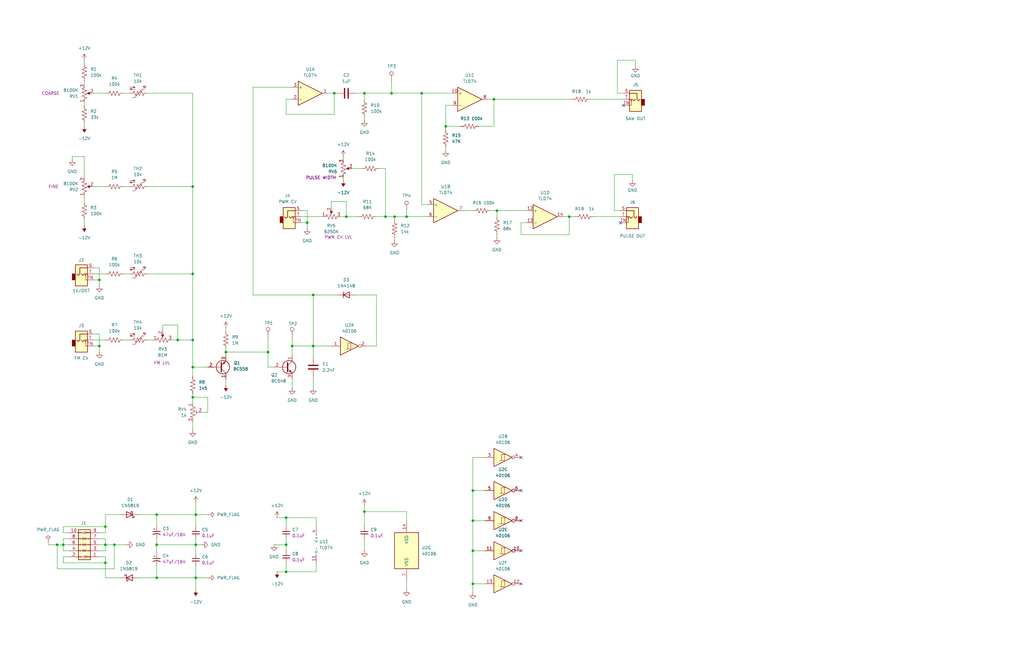
<source format=kicad_sch>
(kicad_sch (version 20250114) (generator "eeschema") (generator_version "9.0")
  (paper "B")
  (junction (at 132.08 146.05))
  (junction (at 166.37 91.44))
  (junction (at 82.55 229.87))
  (junction (at 171.45 91.44))
  (junction (at 81.28 78.74))
  (junction (at 120.65 241.3))
  (junction (at 82.55 217.17))
  (junction (at 26.67 229.87))
  (junction (at 199.39 207.01))
  (junction (at 74.93 143.51))
  (junction (at 123.19 146.05))
  (junction (at 177.8 39.37))
  (junction (at 81.28 167.64))
  (junction (at 146.05 91.44))
  (junction (at 187.96 53.34))
  (junction (at 199.39 219.71))
  (junction (at 44.45 222.25))
  (junction (at 66.04 243.84))
  (junction (at 66.04 229.87))
  (junction (at 41.91 146.05))
  (junction (at 82.55 243.84))
  (junction (at 162.56 91.44))
  (junction (at 120.65 218.44))
  (junction (at 240.03 91.44))
  (junction (at 44.45 229.87))
  (junction (at 81.28 115.57))
  (junction (at 120.65 229.87))
  (junction (at 81.28 143.51))
  (junction (at 140.97 39.37))
  (junction (at 199.39 246.38))
  (junction (at 41.91 118.11))
  (junction (at 208.28 41.91))
  (junction (at 48.26 229.87))
  (junction (at 24.13 229.87))
  (junction (at 44.45 237.49))
  (junction (at 209.55 88.9))
  (junction (at 153.67 39.37))
  (junction (at 153.67 215.9))
  (junction (at 66.04 217.17))
  (junction (at 113.03 148.59))
  (junction (at 165.1 39.37))
  (junction (at 81.28 154.94))
  (junction (at 199.39 232.41))
  (junction (at 95.25 148.59))
  (junction (at 129.54 93.98))
  (junction (at 132.08 124.46))
  (no_connect (at 219.71 207.01))
  (no_connect (at 219.71 246.38))
  (no_connect (at 219.71 232.41))
  (no_connect (at 219.71 193.04))
  (no_connect (at 261.62 93.98))
  (no_connect (at 262.89 44.45))
  (no_connect (at 219.71 219.71))
  (wire (pts (xy 250.19 91.44) (xy 261.62 91.44)))
  (wire (pts (xy 44.45 217.17) (xy 44.45 222.25)))
  (wire (pts (xy 154.94 146.05) (xy 158.75 146.05)))
  (wire (pts (xy 26.67 229.87) (xy 26.67 227.33)))
  (wire (pts (xy 260.35 25.4) (xy 267.97 25.4)))
  (wire (pts (xy 146.05 85.09) (xy 146.05 91.44)))
  (wire (pts (xy 144.78 66.04) (xy 144.78 67.31)))
  (wire (pts (xy 204.47 232.41) (xy 199.39 232.41)))
  (wire (pts (xy 259.08 88.9) (xy 259.08 73.66)))
  (wire (pts (xy 123.19 160.02) (xy 123.19 163.83)))
  (wire (pts (xy 199.39 207.01) (xy 199.39 219.71)))
  (wire (pts (xy 62.23 115.57) (xy 81.28 115.57)))
  (wire (pts (xy 87.63 167.64) (xy 81.28 167.64)))
  (wire (pts (xy 44.45 243.84) (xy 50.8 243.84)))
  (wire (pts (xy 113.03 148.59) (xy 113.03 142.24)))
  (wire (pts (xy 133.35 237.49) (xy 133.35 241.3)))
  (wire (pts (xy 66.04 229.87) (xy 66.04 233.68)))
  (wire (pts (xy 240.03 91.44) (xy 240.03 99.06)))
  (wire (pts (xy 187.96 44.45) (xy 190.5 44.45)))
  (wire (pts (xy 82.55 243.84) (xy 87.63 243.84)))
  (wire (pts (xy 74.93 137.16) (xy 74.93 143.51)))
  (wire (pts (xy 120.65 41.91) (xy 123.19 41.91)))
  (wire (pts (xy 199.39 246.38) (xy 199.39 250.19)))
  (wire (pts (xy 153.67 215.9) (xy 171.45 215.9)))
  (wire (pts (xy 81.28 143.51) (xy 81.28 115.57)))
  (wire (pts (xy 160.02 71.12) (xy 162.56 71.12)))
  (wire (pts (xy 81.28 154.94) (xy 81.28 158.75)))
  (wire (pts (xy 204.47 219.71) (xy 199.39 219.71)))
  (wire (pts (xy 260.35 39.37) (xy 262.89 39.37)))
  (wire (pts (xy 106.68 124.46) (xy 132.08 124.46)))
  (wire (pts (xy 62.23 78.74) (xy 81.28 78.74)))
  (wire (pts (xy 165.1 39.37) (xy 177.8 39.37)))
  (wire (pts (xy 52.07 39.37) (xy 54.61 39.37)))
  (wire (pts (xy 82.55 229.87) (xy 85.09 229.87)))
  (wire (pts (xy 74.93 143.51) (xy 72.39 143.51)))
  (wire (pts (xy 199.39 193.04) (xy 199.39 207.01)))
  (wire (pts (xy 62.23 39.37) (xy 81.28 39.37)))
  (wire (pts (xy 166.37 91.44) (xy 166.37 92.71)))
  (wire (pts (xy 259.08 73.66) (xy 266.7 73.66)))
  (wire (pts (xy 87.63 173.99) (xy 87.63 167.64)))
  (wire (pts (xy 116.84 241.3) (xy 120.65 241.3)))
  (wire (pts (xy 162.56 91.44) (xy 158.75 91.44)))
  (wire (pts (xy 81.28 177.8) (xy 81.28 181.61)))
  (wire (pts (xy 209.55 88.9) (xy 209.55 91.44)))
  (wire (pts (xy 95.25 147.32) (xy 95.25 148.59)))
  (wire (pts (xy 82.55 227.33) (xy 82.55 229.87)))
  (wire (pts (xy 153.67 39.37) (xy 153.67 41.91)))
  (wire (pts (xy 58.42 217.17) (xy 66.04 217.17)))
  (wire (pts (xy 39.37 140.97) (xy 41.91 140.97)))
  (wire (pts (xy 48.26 229.87) (xy 53.34 229.87)))
  (wire (pts (xy 204.47 193.04) (xy 199.39 193.04)))
  (wire (pts (xy 199.39 219.71) (xy 199.39 232.41)))
  (wire (pts (xy 82.55 217.17) (xy 87.63 217.17)))
  (wire (pts (xy 44.45 222.25) (xy 26.67 222.25)))
  (wire (pts (xy 68.58 139.7) (xy 68.58 137.16)))
  (wire (pts (xy 35.56 52.07) (xy 35.56 53.34)))
  (wire (pts (xy 82.55 217.17) (xy 82.55 222.25)))
  (wire (pts (xy 259.08 88.9) (xy 261.62 88.9)))
  (wire (pts (xy 95.25 160.02) (xy 95.25 162.56)))
  (wire (pts (xy 209.55 99.06) (xy 209.55 100.33)))
  (wire (pts (xy 39.37 39.37) (xy 44.45 39.37)))
  (wire (pts (xy 123.19 146.05) (xy 132.08 146.05)))
  (wire (pts (xy 187.96 62.23) (xy 187.96 63.5)))
  (wire (pts (xy 195.58 88.9) (xy 199.39 88.9)))
  (wire (pts (xy 39.37 78.74) (xy 44.45 78.74)))
  (wire (pts (xy 20.32 228.6) (xy 20.32 229.87)))
  (wire (pts (xy 20.32 229.87) (xy 24.13 229.87)))
  (wire (pts (xy 44.45 217.17) (xy 50.8 217.17)))
  (wire (pts (xy 208.28 41.91) (xy 205.74 41.91)))
  (wire (pts (xy 82.55 243.84) (xy 82.55 248.92)))
  (wire (pts (xy 120.65 229.87) (xy 115.57 229.87)))
  (wire (pts (xy 177.8 86.36) (xy 180.34 86.36)))
  (wire (pts (xy 41.91 227.33) (xy 44.45 227.33)))
  (wire (pts (xy 152.4 71.12) (xy 148.59 71.12)))
  (wire (pts (xy 120.65 218.44) (xy 120.65 222.25)))
  (wire (pts (xy 204.47 207.01) (xy 199.39 207.01)))
  (wire (pts (xy 208.28 53.34) (xy 201.93 53.34)))
  (wire (pts (xy 66.04 229.87) (xy 82.55 229.87)))
  (wire (pts (xy 106.68 36.83) (xy 123.19 36.83)))
  (wire (pts (xy 29.21 234.95) (xy 26.67 234.95)))
  (wire (pts (xy 113.03 154.94) (xy 115.57 154.94)))
  (wire (pts (xy 177.8 39.37) (xy 190.5 39.37)))
  (wire (pts (xy 240.03 91.44) (xy 242.57 91.44)))
  (wire (pts (xy 153.67 49.53) (xy 153.67 50.8)))
  (wire (pts (xy 171.45 215.9) (xy 171.45 219.71)))
  (wire (pts (xy 127 88.9) (xy 129.54 88.9)))
  (wire (pts (xy 44.45 237.49) (xy 44.45 234.95)))
  (wire (pts (xy 35.56 92.71) (xy 35.56 95.25)))
  (wire (pts (xy 41.91 146.05) (xy 41.91 148.59)))
  (wire (pts (xy 120.65 232.41) (xy 120.65 229.87)))
  (wire (pts (xy 133.35 222.25) (xy 133.35 218.44)))
  (wire (pts (xy 41.91 229.87) (xy 44.45 229.87)))
  (wire (pts (xy 153.67 227.33) (xy 153.67 232.41)))
  (wire (pts (xy 39.37 118.11) (xy 41.91 118.11)))
  (wire (pts (xy 66.04 243.84) (xy 82.55 243.84)))
  (wire (pts (xy 24.13 229.87) (xy 24.13 240.03)))
  (wire (pts (xy 41.91 140.97) (xy 41.91 146.05)))
  (wire (pts (xy 68.58 137.16) (xy 74.93 137.16)))
  (wire (pts (xy 35.56 66.04) (xy 30.48 66.04)))
  (wire (pts (xy 39.37 115.57) (xy 44.45 115.57)))
  (wire (pts (xy 158.75 124.46) (xy 158.75 146.05)))
  (wire (pts (xy 209.55 88.9) (xy 222.25 88.9)))
  (wire (pts (xy 26.67 234.95) (xy 26.67 237.49)))
  (wire (pts (xy 26.67 224.79) (xy 26.67 222.25)))
  (wire (pts (xy 52.07 78.74) (xy 54.61 78.74)))
  (wire (pts (xy 44.45 229.87) (xy 44.45 232.41)))
  (wire (pts (xy 26.67 229.87) (xy 29.21 229.87)))
  (wire (pts (xy 44.45 243.84) (xy 44.45 237.49)))
  (wire (pts (xy 26.67 229.87) (xy 24.13 229.87)))
  (wire (pts (xy 116.84 218.44) (xy 120.65 218.44)))
  (wire (pts (xy 95.25 138.43) (xy 95.25 139.7)))
  (wire (pts (xy 44.45 222.25) (xy 44.45 224.79)))
  (wire (pts (xy 39.37 113.03) (xy 41.91 113.03)))
  (wire (pts (xy 143.51 91.44) (xy 146.05 91.44)))
  (wire (pts (xy 248.92 41.91) (xy 262.89 41.91)))
  (wire (pts (xy 132.08 158.75) (xy 132.08 163.83)))
  (wire (pts (xy 140.97 39.37) (xy 142.24 39.37)))
  (wire (pts (xy 81.28 143.51) (xy 81.28 154.94)))
  (wire (pts (xy 81.28 166.37) (xy 81.28 167.64)))
  (wire (pts (xy 35.56 82.55) (xy 35.56 85.09)))
  (wire (pts (xy 26.67 232.41) (xy 26.67 229.87)))
  (wire (pts (xy 194.31 53.34) (xy 187.96 53.34)))
  (wire (pts (xy 260.35 39.37) (xy 260.35 25.4)))
  (wire (pts (xy 44.45 229.87) (xy 48.26 229.87)))
  (wire (pts (xy 153.67 213.36) (xy 153.67 215.9)))
  (wire (pts (xy 149.86 39.37) (xy 153.67 39.37)))
  (wire (pts (xy 52.07 143.51) (xy 54.61 143.51)))
  (wire (pts (xy 44.45 227.33) (xy 44.45 229.87)))
  (wire (pts (xy 266.7 73.66) (xy 266.7 76.2)))
  (wire (pts (xy 171.45 91.44) (xy 171.45 88.9)))
  (wire (pts (xy 267.97 25.4) (xy 267.97 27.94)))
  (wire (pts (xy 207.01 88.9) (xy 209.55 88.9)))
  (wire (pts (xy 81.28 115.57) (xy 81.28 78.74)))
  (wire (pts (xy 120.65 48.26) (xy 120.65 41.91)))
  (wire (pts (xy 166.37 91.44) (xy 171.45 91.44)))
  (wire (pts (xy 204.47 246.38) (xy 199.39 246.38)))
  (wire (pts (xy 48.26 240.03) (xy 48.26 229.87)))
  (wire (pts (xy 133.35 241.3) (xy 120.65 241.3)))
  (wire (pts (xy 30.48 66.04) (xy 30.48 67.31)))
  (wire (pts (xy 29.21 232.41) (xy 26.67 232.41)))
  (wire (pts (xy 187.96 53.34) (xy 187.96 44.45)))
  (wire (pts (xy 166.37 100.33) (xy 166.37 101.6)))
  (wire (pts (xy 129.54 88.9) (xy 129.54 93.98)))
  (wire (pts (xy 171.45 245.11) (xy 171.45 248.92)))
  (wire (pts (xy 66.04 238.76) (xy 66.04 243.84)))
  (wire (pts (xy 29.21 224.79) (xy 26.67 224.79)))
  (wire (pts (xy 132.08 124.46) (xy 132.08 146.05)))
  (wire (pts (xy 132.08 146.05) (xy 139.7 146.05)))
  (wire (pts (xy 39.37 143.51) (xy 44.45 143.51)))
  (wire (pts (xy 127 93.98) (xy 129.54 93.98)))
  (wire (pts (xy 177.8 39.37) (xy 177.8 86.36)))
  (wire (pts (xy 162.56 91.44) (xy 166.37 91.44)))
  (wire (pts (xy 158.75 124.46) (xy 149.86 124.46)))
  (wire (pts (xy 120.65 241.3) (xy 120.65 237.49)))
  (wire (pts (xy 139.7 87.63) (xy 139.7 85.09)))
  (wire (pts (xy 132.08 146.05) (xy 132.08 151.13)))
  (wire (pts (xy 240.03 99.06) (xy 219.71 99.06)))
  (wire (pts (xy 35.56 34.29) (xy 35.56 35.56)))
  (wire (pts (xy 142.24 124.46) (xy 132.08 124.46)))
  (wire (pts (xy 74.93 143.51) (xy 81.28 143.51)))
  (wire (pts (xy 153.67 215.9) (xy 153.67 222.25)))
  (wire (pts (xy 127 91.44) (xy 135.89 91.44)))
  (wire (pts (xy 81.28 167.64) (xy 81.28 170.18)))
  (wire (pts (xy 66.04 217.17) (xy 82.55 217.17)))
  (wire (pts (xy 187.96 53.34) (xy 187.96 54.61)))
  (wire (pts (xy 129.54 93.98) (xy 129.54 96.52)))
  (wire (pts (xy 138.43 39.37) (xy 140.97 39.37)))
  (wire (pts (xy 237.49 91.44) (xy 240.03 91.44)))
  (wire (pts (xy 219.71 99.06) (xy 219.71 93.98)))
  (wire (pts (xy 95.25 148.59) (xy 95.25 149.86)))
  (wire (pts (xy 120.65 218.44) (xy 133.35 218.44)))
  (wire (pts (xy 144.78 74.93) (xy 144.78 76.2)))
  (wire (pts (xy 66.04 217.17) (xy 66.04 222.25)))
  (wire (pts (xy 81.28 154.94) (xy 87.63 154.94)))
  (wire (pts (xy 113.03 148.59) (xy 113.03 154.94)))
  (wire (pts (xy 165.1 34.29) (xy 165.1 39.37)))
  (wire (pts (xy 241.3 41.91) (xy 208.28 41.91)))
  (wire (pts (xy 44.45 224.79) (xy 41.91 224.79)))
  (wire (pts (xy 52.07 115.57) (xy 54.61 115.57)))
  (wire (pts (xy 153.67 39.37) (xy 165.1 39.37)))
  (wire (pts (xy 106.68 124.46) (xy 106.68 36.83)))
  (wire (pts (xy 41.91 232.41) (xy 44.45 232.41)))
  (wire (pts (xy 146.05 91.44) (xy 151.13 91.44)))
  (wire (pts (xy 41.91 113.03) (xy 41.91 118.11)))
  (wire (pts (xy 140.97 39.37) (xy 140.97 48.26)))
  (wire (pts (xy 139.7 85.09) (xy 146.05 85.09)))
  (wire (pts (xy 35.56 25.4) (xy 35.56 26.67)))
  (wire (pts (xy 85.09 173.99) (xy 87.63 173.99)))
  (wire (pts (xy 66.04 227.33) (xy 66.04 229.87)))
  (wire (pts (xy 162.56 71.12) (xy 162.56 91.44)))
  (wire (pts (xy 82.55 229.87) (xy 82.55 233.68)))
  (wire (pts (xy 123.19 146.05) (xy 123.19 149.86)))
  (wire (pts (xy 95.25 148.59) (xy 113.03 148.59)))
  (wire (pts (xy 35.56 43.18) (xy 35.56 44.45)))
  (wire (pts (xy 82.55 212.09) (xy 82.55 217.17)))
  (wire (pts (xy 26.67 227.33) (xy 29.21 227.33)))
  (wire (pts (xy 199.39 232.41) (xy 199.39 246.38)))
  (wire (pts (xy 123.19 142.24) (xy 123.19 146.05)))
  (wire (pts (xy 41.91 234.95) (xy 44.45 234.95)))
  (wire (pts (xy 41.91 118.11) (xy 41.91 120.65)))
  (wire (pts (xy 39.37 146.05) (xy 41.91 146.05)))
  (wire (pts (xy 219.71 93.98) (xy 222.25 93.98)))
  (wire (pts (xy 35.56 74.93) (xy 35.56 66.04)))
  (wire (pts (xy 82.55 243.84) (xy 82.55 238.76)))
  (wire (pts (xy 171.45 91.44) (xy 180.34 91.44)))
  (wire (pts (xy 66.04 243.84) (xy 58.42 243.84)))
  (wire (pts (xy 140.97 48.26) (xy 120.65 48.26)))
  (wire (pts (xy 24.13 240.03) (xy 48.26 240.03)))
  (wire (pts (xy 26.67 237.49) (xy 44.45 237.49)))
  (wire (pts (xy 62.23 143.51) (xy 64.77 143.51)))
  (wire (pts (xy 208.28 41.91) (xy 208.28 53.34)))
  (wire (pts (xy 81.28 39.37) (xy 81.28 78.74)))
  (wire (pts (xy 120.65 227.33) (xy 120.65 229.87)))
  (symbol (lib_id "Connector_Audio:AudioJack2_SwitchT") (at 266.7 91.44 0) (mirror y) (unit 1)
    (property "Reference" "J6" (at 266.7 85.344 0))
    (property "Value" "PULSE OUT" (at 266.7 99.568 0))
    (property "Footprint" "Connector_Audio:Jack_3.5mm_QingPu_WQP-PJ398SM_Vertical_CircularHoles" (effects (hide yes)))
    (property "Description" "Audio Jack, 2 Poles (Mono / TS), Switched T Pole (Normalling)" (effects (hide yes)))
    (property "Label" "PULSE" (effects (hide yes)))
  )
  (symbol (lib_id "Device:R_US") (at 156.21 71.12 270) (unit 1)
    (property "Reference" "R14" (at 156.21 64.77 90))
    (property "Value" "100k" (at 156.21 67.31 90))
    (property "Footprint" "JesseCustom:R_Axial_DIN0207_L6.3mm_D2.5mm_P10.16mm_Horizontal_VALUEINSIDE" (effects (hide yes)))
    (property "Description" "Resistor, US symbol" (effects (hide yes)))
  )
  (symbol (lib_id "Device:R_US") (at 153.67 45.72 180) (unit 1)
    (property "Reference" "R10" (at 156.21 44.4499 0) (effects (justify right)))
    (property "Value" "100k" (at 156.21 46.9899 0) (effects (justify right)))
    (property "Footprint" "JesseCustom:R_Axial_DIN0207_L6.3mm_D2.5mm_P10.16mm_Horizontal_VALUEINSIDE" (effects (hide yes)))
    (property "Description" "Resistor, US symbol" (effects (hide yes)))
  )
  (symbol (lib_id "power:+12V") (at 82.55 212.09 0) (unit 1)
    (property "Reference" "#PWR022" (effects (hide yes)))
    (property "Value" "+12V" (at 82.55 207.01 0))
    (property "Description" "Power symbol creates a global label with name \"+12V\"" (effects (hide yes)))
  )
  (symbol (lib_id "Device:R_US") (at 81.28 162.56 0) (unit 1)
    (property "Reference" "R8" (at 83.82 161.2899 0) (effects (justify left)))
    (property "Value" "1k5" (at 83.82 163.8299 0) (effects (justify left)))
    (property "Footprint" "JesseCustom:R_Axial_DIN0207_L6.3mm_D2.5mm_P10.16mm_Horizontal_VALUEINSIDE" (effects (hide yes)))
    (property "Description" "Resistor, US symbol" (effects (hide yes)))
  )
  (symbol (lib_id "power:+12V") (at 95.25 138.43 0) (unit 1)
    (property "Reference" "#PWR010" (effects (hide yes)))
    (property "Value" "+12V" (at 95.25 133.35 0))
    (property "Description" "Power symbol creates a global label with name \"+12V\"" (effects (hide yes)))
  )
  (symbol (lib_id "power:GND") (at 30.48 67.31 0) (unit 1)
    (property "Reference" "#PWR05" (effects (hide yes)))
    (property "Value" "GND" (at 30.48 72.39 0))
    (property "Description" "Power symbol creates a global label with name \"GND\" , ground" (effects (hide yes)))
  )
  (symbol (lib_id "power:GND") (at 171.45 248.92 0) (unit 1)
    (property "Reference" "#PWR029" (effects (hide yes)))
    (property "Value" "GND" (at 171.45 254 0))
    (property "Description" "Power symbol creates a global label with name \"GND\" , ground" (effects (hide yes)))
  )
  (symbol (lib_id "power:GND") (at 41.91 120.65 0) (unit 1)
    (property "Reference" "#PWR06" (effects (hide yes)))
    (property "Value" "GND" (at 41.91 125.73 0))
    (property "Description" "Power symbol creates a global label with name \"GND\" , ground" (effects (hide yes)))
  )
  (symbol (lib_id "Device:R_US") (at 166.37 96.52 180) (unit 1)
    (property "Reference" "R12" (at 168.91 95.2499 0) (effects (justify right)))
    (property "Value" "14k" (at 168.91 97.7899 0) (effects (justify right)))
    (property "Footprint" "JesseCustom:R_Axial_DIN0207_L6.3mm_D2.5mm_P10.16mm_Horizontal_VALUEINSIDE" (effects (hide yes)))
    (property "Description" "Resistor, US symbol" (effects (hide yes)))
  )
  (symbol (lib_id "power:GND") (at 199.39 250.19 0) (unit 1)
    (property "Reference" "#PWR030" (effects (hide yes)))
    (property "Value" "GND" (at 199.39 255.27 0))
    (property "Description" "Power symbol creates a global label with name \"GND\" , ground" (effects (hide yes)))
  )
  (symbol (lib_id "Connector_Generic:Conn_02x05_Odd_Even") (at 36.83 229.87 180) (unit 1)
    (property "Reference" "J1" (at 35.306 220.726 0))
    (property "Value" "Conn_02x05_Odd_Even" (effects (hide yes)))
    (property "Footprint" "Connector_IDC:IDC-Header_2x05_P2.54mm_Vertical" (effects (hide yes)))
    (property "Description" "Generic connector, double row, 02x05, odd/even pin numbering scheme (row 1 odd numbers, row 2 even numbers), script generated (kicad-library-utils/schlib/autogen/connector/)" (effects (hide yes)))
    (property "Pins 9 & 10" "+12V" (at 35.56 224.79 0) (effects (font (size 0.6096 0.6096))))
    (property "Pins 1 & 2" "-12V" (at 35.56 234.95 0) (effects (font (size 0.6096 0.6096))))
    (property "Pins 7 & 8" "GND" (at 35.56 227.33 0) (effects (font (size 0.6096 0.6096))))
    (property "Pins 5 & 6" "GND" (at 35.56 229.87 0) (effects (font (size 0.6096 0.6096))))
    (property "Pins 3 & 4" "GND" (at 35.56 232.41 0) (effects (font (size 0.6096 0.6096))))
  )
  (symbol (lib_id "power:GND") (at 267.97 27.94 0) (unit 1)
    (property "Reference" "#PWR020" (effects (hide yes)))
    (property "Value" "GND" (at 267.97 32.004 0))
    (property "Description" "Power symbol creates a global label with name \"GND\" , ground" (effects (hide yes)))
  )
  (symbol (lib_id "Device:R_US") (at 246.38 91.44 270) (unit 1)
    (property "Reference" "R19" (at 244.348 88.138 90))
    (property "Value" "1k" (at 249.428 88.138 90))
    (property "Footprint" "JesseCustom:R_Axial_DIN0207_L6.3mm_D2.5mm_P10.16mm_Horizontal_VALUEINSIDE" (effects (hide yes)))
    (property "Description" "Resistor, US symbol" (effects (hide yes)))
  )
  (symbol (lib_id "Connector_Audio:AudioJack2_SwitchT") (at 267.97 41.91 0) (mirror y) (unit 1)
    (property "Reference" "J5" (at 267.97 35.814 0))
    (property "Value" "SAW OUT" (at 267.97 50.038 0))
    (property "Footprint" "Connector_Audio:Jack_3.5mm_QingPu_WQP-PJ398SM_Vertical_CircularHoles" (effects (hide yes)))
    (property "Description" "Audio Jack, 2 Poles (Mono / TS), Switched T Pole (Normalling)" (effects (hide yes)))
    (property "Label" "SAW" (effects (hide yes)))
  )
  (symbol (lib_id "Device:R_US") (at 95.25 143.51 180) (unit 1)
    (property "Reference" "R9" (at 97.79 142.2399 0) (effects (justify right)))
    (property "Value" "1M" (at 97.79 144.7799 0) (effects (justify right)))
    (property "Footprint" "JesseCustom:R_Axial_DIN0207_L6.3mm_D2.5mm_P10.16mm_Horizontal_VALUEINSIDE" (effects (hide yes)))
    (property "Description" "Resistor, US symbol" (effects (hide yes)))
  )
  (symbol (lib_id "Connector_Audio:AudioJack2_SwitchT") (at 34.29 115.57 0) (unit 1)
    (property "Reference" "J2" (at 34.29 109.728 0))
    (property "Value" "1V/OCT" (at 34.29 122.682 0))
    (property "Footprint" "Connector_Audio:Jack_3.5mm_QingPu_WQP-PJ398SM_Vertical_CircularHoles" (effects (hide yes)))
    (property "Description" "Audio Jack, 2 Poles (Mono / TS), Switched T Pole (Normalling)" (effects (hide yes)))
  )
  (symbol (lib_id "Device:R_US") (at 154.94 91.44 270) (unit 1)
    (property "Reference" "R11" (at 154.94 85.09 90))
    (property "Value" "68K" (at 154.94 87.63 90))
    (property "Footprint" "JesseCustom:R_Axial_DIN0207_L6.3mm_D2.5mm_P10.16mm_Horizontal_VALUEINSIDE" (effects (hide yes)))
    (property "Description" "Resistor, US symbol" (effects (hide yes)))
  )
  (symbol (lib_id "Amplifier_Operational:TL074") (at 198.12 41.91 0) (unit 3)
    (property "Reference" "U1" (at 198.12 31.75 0))
    (property "Value" "TL074" (at 198.12 34.29 0))
    (property "Footprint" "PCM_4ms_Package_DIP:DIP-14_W7.62mm" (effects (hide yes)))
    (property "Datasheet" "http://www.ti.com/lit/ds/symlink/tl071.pdf" (effects (hide yes)))
    (property "Description" "Quad Low-Noise JFET-Input Operational Amplifiers, DIP-14/SOIC-14" (effects (hide yes)))
  )
  (symbol (lib_id "4xxx:40106") (at 212.09 246.38 0) (unit 6)
    (property "Reference" "U2" (at 212.09 237.49 0))
    (property "Value" "40106" (at 212.09 240.03 0))
    (property "Footprint" "PCM_4ms_Package_DIP:DIP-14_W7.62mm" (effects (hide yes)))
    (property "Datasheet" "https://assets.nexperia.com/documents/data-sheet/HEF40106B.pdf" (effects (hide yes)))
    (property "Description" "Hex Schmitt trigger inverter" (effects (hide yes)))
  )
  (symbol (lib_id "power:GND") (at 123.19 163.83 0) (unit 1)
    (property "Reference" "#PWR011" (effects (hide yes)))
    (property "Value" "GND" (at 123.19 168.91 0))
    (property "Description" "Power symbol creates a global label with name \"GND\" , ground" (effects (hide yes)))
  )
  (symbol (lib_id "Device:R_Potentiometer_Trim_US") (at 81.28 173.99 0) (unit 1)
    (property "Reference" "RV4" (at 78.74 172.7199 0) (effects (justify right)))
    (property "Value" "1k" (at 78.74 175.2599 0) (effects (justify right)))
    (property "Footprint" "Potentiometer_THT:Potentiometer_Bourns_3296W_Vertical" (effects (hide yes)))
    (property "Description" "Trim-potentiometer, US symbol" (effects (hide yes)))
  )
  (symbol (lib_id "power:GND") (at 153.67 232.41 0) (unit 1)
    (property "Reference" "#PWR028" (effects (hide yes)))
    (property "Value" "GND" (at 153.67 237.49 0))
    (property "Description" "Power symbol creates a global label with name \"GND\" , ground" (effects (hide yes)))
  )
  (symbol (lib_id "Amplifier_Operational:TL074") (at 130.81 39.37 0) (unit 1)
    (property "Reference" "U1" (at 130.81 29.21 0))
    (property "Value" "TL074" (at 130.81 31.75 0))
    (property "Footprint" "PCM_4ms_Package_DIP:DIP-14_W7.62mm" (effects (hide yes)))
    (property "Datasheet" "http://www.ti.com/lit/ds/symlink/tl071.pdf" (effects (hide yes)))
    (property "Description" "Quad Low-Noise JFET-Input Operational Amplifiers, DIP-14/SOIC-14" (effects (hide yes)))
  )
  (symbol (lib_id "power:PWR_FLAG") (at 20.32 228.6 0) (unit 1)
    (property "Reference" "#FLG03" (effects (hide yes)))
    (property "Value" "PWR_FLAG" (at 20.32 223.52 0))
    (property "Description" "Special symbol for telling ERC where power comes from" (effects (hide yes)))
  )
  (symbol (lib_id "Amplifier_Operational:TL074") (at 229.87 91.44 0) (unit 4)
    (property "Reference" "U1" (at 229.87 81.28 0))
    (property "Value" "TL074" (at 229.87 83.82 0))
    (property "Footprint" "PCM_4ms_Package_DIP:DIP-14_W7.62mm" (effects (hide yes)))
    (property "Datasheet" "http://www.ti.com/lit/ds/symlink/tl071.pdf" (effects (hide yes)))
    (property "Description" "Quad Low-Noise JFET-Input Operational Amplifiers, DIP-14/SOIC-14" (effects (hide yes)))
  )
  (symbol (lib_id "Device:R_US") (at 35.56 88.9 0) (unit 1)
    (property "Reference" "R3" (at 38.1 87.6299 0) (effects (justify left)))
    (property "Value" "100k" (at 38.1 90.1699 0) (effects (justify left)))
    (property "Footprint" "JesseCustom:R_Axial_DIN0207_L6.3mm_D2.5mm_P10.16mm_Horizontal_VALUEINSIDE" (effects (hide yes)))
    (property "Description" "Resistor, US symbol" (effects (hide yes)))
  )
  (symbol (lib_id "power:GND") (at 81.28 181.61 0) (unit 1)
    (property "Reference" "#PWR08" (effects (hide yes)))
    (property "Value" "GND" (at 81.28 186.69 0))
    (property "Description" "Power symbol creates a global label with name \"GND\" , ground" (effects (hide yes)))
  )
  (symbol (lib_id "power:-12V") (at 35.56 95.25 180) (unit 1)
    (property "Reference" "#PWR04" (effects (hide yes)))
    (property "Value" "-12V" (at 35.56 100.33 0))
    (property "Description" "Power symbol creates a global label with name \"-12V\"" (effects (hide yes)))
  )
  (symbol (lib_id "Device:R_US") (at 35.56 30.48 0) (unit 1)
    (property "Reference" "R1" (at 38.1 29.2099 0) (effects (justify left)))
    (property "Value" "100k" (at 38.1 31.7499 0) (effects (justify left)))
    (property "Footprint" "JesseCustom:R_Axial_DIN0207_L6.3mm_D2.5mm_P10.16mm_Horizontal_VALUEINSIDE" (effects (hide yes)))
    (property "Description" "Resistor, US symbol" (effects (hide yes)))
  )
  (symbol (lib_id "Diode:1N5819") (at 54.61 217.17 180) (unit 1)
    (property "Reference" "D1" (at 54.9275 210.82 0))
    (property "Value" "1N5819" (at 54.9275 213.36 0))
    (property "Footprint" "Diode_THT:D_DO-41_SOD81_P10.16mm_Horizontal" (effects (hide yes)))
    (property "Datasheet" "http://www.vishay.com/docs/88525/1n5817.pdf" (effects (hide yes)))
    (property "Description" "40V 1A Schottky Barrier Rectifier Diode, DO-41" (effects (hide yes)))
  )
  (symbol (lib_id "power:-12V") (at 95.25 162.56 180) (unit 1)
    (property "Reference" "#PWR09" (effects (hide yes)))
    (property "Value" "-12V" (at 95.25 167.64 0))
    (property "Description" "Power symbol creates a global label with name \"-12V\"" (effects (hide yes)))
  )
  (symbol (lib_id "power:GND") (at 85.09 229.87 90) (unit 1)
    (property "Reference" "#PWR024" (effects (hide yes)))
    (property "Value" "GND" (at 88.9 229.8699 90) (effects (justify right)))
    (property "Description" "Power symbol creates a global label with name \"GND\" , ground" (effects (hide yes)))
  )
  (symbol (lib_id "Device:R_US") (at 203.2 88.9 270) (unit 1)
    (property "Reference" "R16" (at 201.168 85.598 90))
    (property "Value" "100k" (at 206.248 85.598 90))
    (property "Footprint" "JesseCustom:R_Axial_DIN0207_L6.3mm_D2.5mm_P10.16mm_Horizontal_VALUEINSIDE" (effects (hide yes)))
    (property "Description" "Resistor, US symbol" (effects (hide yes)))
  )
  (symbol (lib_id "Diode:1N5819") (at 54.61 243.84 0) (unit 1)
    (property "Reference" "D2" (at 54.2925 237.49 0))
    (property "Value" "1N5819" (at 54.2925 240.03 0))
    (property "Footprint" "Diode_THT:D_DO-41_SOD81_P10.16mm_Horizontal" (effects (hide yes)))
    (property "Datasheet" "http://www.vishay.com/docs/88525/1n5817.pdf" (effects (hide yes)))
    (property "Description" "40V 1A Schottky Barrier Rectifier Diode, DO-41" (effects (hide yes)))
  )
  (symbol (lib_id "power:GND") (at 132.08 163.83 0) (unit 1)
    (property "Reference" "#PWR012" (effects (hide yes)))
    (property "Value" "GND" (at 132.08 168.91 0))
    (property "Description" "Power symbol creates a global label with name \"GND\" , ground" (effects (hide yes)))
  )
  (symbol (lib_id "PCM_4ms_Capacitor:0.1uF_0603_16V") (at 120.65 224.79 180) (unit 1)
    (property "Reference" "C7" (at 123.19 223.5135 0) (effects (justify right)))
    (property "Value" "0.1uF_0603_16V" (effects (hide yes)))
    (property "Footprint" "Capacitor_THT:C_Disc_D8.0mm_W2.5mm_P5.00mm" (effects (hide yes)))
    (property "Description" "0.1uF, Min. 16V 10%, X7R or X5R or similar" (effects (hide yes)))
    (property "Specifications" "0.1uF, Min. 16V 10%, X7R or X5R or similar" (effects (hide yes)))
    (property "Manufacturer" "AVX Corporation" (effects (hide yes)))
    (property "Part Number" "0603YC104KAT2A" (effects (hide yes)))
    (property "Display" "0.1uF" (at 123.19 226.0535 0) (effects (justify right)))
    (property "JLCPCB ID" "C14663" (effects (hide yes)))
  )
  (symbol (lib_id "Amplifier_Operational:TL074") (at 187.96 88.9 0) (unit 2)
    (property "Reference" "U1" (at 187.96 78.74 0))
    (property "Value" "TL074" (at 187.96 81.28 0))
    (property "Footprint" "PCM_4ms_Package_DIP:DIP-14_W7.62mm" (effects (hide yes)))
    (property "Datasheet" "http://www.ti.com/lit/ds/symlink/tl071.pdf" (effects (hide yes)))
    (property "Description" "Quad Low-Noise JFET-Input Operational Amplifiers, DIP-14/SOIC-14" (effects (hide yes)))
  )
  (symbol (lib_id "Transistor_BJT:BC548") (at 120.65 154.94 0) (unit 1)
    (property "Reference" "Q2" (at 114.3 158.242 0) (effects (justify left)))
    (property "Value" "BC548" (at 114.3 160.782 0) (effects (justify left)))
    (property "Footprint" "Package_TO_SOT_THT:TO-92_Inline" (effects (hide yes)))
    (property "Datasheet" "https://www.onsemi.com/pub/Collateral/BC550-D.pdf" (effects (hide yes)))
    (property "Description" "0.1A Ic, 30V Vce, Small Signal NPN Transistor, TO-92" (effects (hide yes)))
  )
  (symbol (lib_id "power:GND") (at 187.96 63.5 0) (unit 1)
    (property "Reference" "#PWR018" (effects (hide yes)))
    (property "Value" "GND" (at 187.96 68.58 0))
    (property "Description" "Power symbol creates a global label with name \"GND\" , ground" (effects (hide yes)))
  )
  (symbol (lib_id "Device:R_US") (at 187.96 58.42 180) (unit 1)
    (property "Reference" "R15" (at 190.5 57.1499 0) (effects (justify right)))
    (property "Value" "47K" (at 190.5 59.6899 0) (effects (justify right)))
    (property "Footprint" "JesseCustom:R_Axial_DIN0207_L6.3mm_D2.5mm_P10.16mm_Horizontal_VALUEINSIDE" (effects (hide yes)))
    (property "Description" "Resistor, US symbol" (effects (hide yes)))
  )
  (symbol (lib_id "power:GND") (at 209.55 100.33 0) (unit 1)
    (property "Reference" "#PWR019" (effects (hide yes)))
    (property "Value" "GND" (at 209.55 105.41 0))
    (property "Description" "Power symbol creates a global label with name \"GND\" , ground" (effects (hide yes)))
  )
  (symbol (lib_id "Connector:TestPoint") (at 123.19 142.24 0) (unit 1)
    (property "Reference" "TP2" (at 121.666 136.652 0) (effects (justify left)))
    (property "Value" "TestPoint" (effects (hide yes)))
    (property "Footprint" "TestPoint:TestPoint_Plated_Hole_D2.0mm" (effects (hide yes)))
    (property "Description" "test point" (effects (hide yes)))
  )
  (symbol (lib_id "PCM_4ms_Capacitor:0.1uF_0603_16V") (at 120.65 234.95 0) (unit 1)
    (property "Reference" "C8" (at 123.19 233.6862 0) (effects (justify left)))
    (property "Value" "0.1uF_0603_16V" (effects (hide yes)))
    (property "Footprint" "Capacitor_THT:C_Disc_D8.0mm_W2.5mm_P5.00mm" (effects (hide yes)))
    (property "Description" "0.1uF, Min. 16V 10%, X7R or X5R or similar" (effects (hide yes)))
    (property "Specifications" "0.1uF, Min. 16V 10%, X7R or X5R or similar" (effects (hide yes)))
    (property "Manufacturer" "AVX Corporation" (effects (hide yes)))
    (property "Part Number" "0603YC104KAT2A" (effects (hide yes)))
    (property "Display" "0.1uF" (at 123.19 236.2262 0) (effects (justify left)))
    (property "JLCPCB ID" "C14663" (effects (hide yes)))
  )
  (symbol (lib_id "PCM_4ms_Capacitor:47uF_5x5.3_16V") (at 66.04 224.79 0) (unit 1)
    (property "Reference" "C3" (at 68.58 223.0881 0) (effects (justify left)))
    (property "Value" "47uF_5x5.3_16V" (effects (hide yes)))
    (property "Footprint" "Capacitor_THT:CP_Radial_D8.0mm_P5.00mm" (effects (hide yes)))
    (property "Description" "47uF, 16V, 20%, 5.00mmD*5.30mmH, 2000Hrs@85℃" (effects (hide yes)))
    (property "Specifications" "47uF, 16V, 20%, 5.00mmD*5.30mmH, 2000Hrs@85℃" (effects (hide yes)))
    (property "Manufacturer" "Lelon" (effects (hide yes)))
    (property "Part Number" "VE-470M1CTR-0505" (effects (hide yes)))
    (property "Display" "47uF/16V" (at 68.58 225.6281 0) (effects (justify left)))
    (property "JLCPCB ID" "C134798" (effects (hide yes)))
  )
  (symbol (lib_id "power:+12V") (at 116.84 218.44 0) (unit 1)
    (property "Reference" "#PWR025" (effects (hide yes)))
    (property "Value" "+12V" (at 116.84 213.36 0))
    (property "Description" "Power symbol creates a global label with name \"+12V\"" (effects (hide yes)))
  )
  (symbol (lib_id "Device:R_US") (at 48.26 143.51 270) (unit 1)
    (property "Reference" "R7" (at 48.26 137.16 90))
    (property "Value" "100k" (at 48.26 139.7 90))
    (property "Footprint" "JesseCustom:R_Axial_DIN0207_L6.3mm_D2.5mm_P10.16mm_Horizontal_VALUEINSIDE" (effects (hide yes)))
    (property "Description" "Resistor, US symbol" (effects (hide yes)))
  )
  (symbol (lib_id "Diode:1N4148") (at 146.05 124.46 0) (unit 1)
    (property "Reference" "D3" (at 146.05 118.11 0))
    (property "Value" "1N4148" (at 146.05 120.65 0))
    (property "Footprint" "Diode_THT:D_DO-35_SOD27_P7.62mm_Horizontal" (effects (hide yes)))
    (property "Datasheet" "https://assets.nexperia.com/documents/data-sheet/1N4148_1N4448.pdf" (effects (hide yes)))
    (property "Description" "100V 0.15A standard switching diode, DO-35" (effects (hide yes)))
    (property "Sim.Device" "D" (effects (hide yes)))
    (property "Sim.Pins" "1=K 2=A" (effects (hide yes)))
  )
  (symbol (lib_id "PCM_4ms_Capacitor:0.1uF_0603_16V") (at 82.55 224.79 0) (unit 1)
    (property "Reference" "C5" (at 85.09 223.5262 0) (effects (justify left)))
    (property "Value" "0.1uF_0603_16V" (effects (hide yes)))
    (property "Footprint" "Capacitor_THT:C_Disc_D8.0mm_W2.5mm_P5.00mm" (effects (hide yes)))
    (property "Description" "0.1uF, Min. 16V 10%, X7R or X5R or similar" (effects (hide yes)))
    (property "Specifications" "0.1uF, Min. 16V 10%, X7R or X5R or similar" (effects (hide yes)))
    (property "Manufacturer" "AVX Corporation" (effects (hide yes)))
    (property "Part Number" "0603YC104KAT2A" (effects (hide yes)))
    (property "Display" "0.1uF" (at 85.09 226.0662 0) (effects (justify left)))
    (property "JLCPCB ID" "C14663" (effects (hide yes)))
  )
  (symbol (lib_id "power:GND") (at 166.37 101.6 0) (unit 1)
    (property "Reference" "#PWR017" (effects (hide yes)))
    (property "Value" "GND" (at 166.37 106.68 0))
    (property "Description" "Power symbol creates a global label with name \"GND\" , ground" (effects (hide yes)))
  )
  (symbol (lib_id "PCM_4ms_Capacitor:0.1uF_0603_16V") (at 153.67 224.79 0) (unit 1)
    (property "Reference" "C9" (at 156.21 223.5262 0) (effects (justify left)))
    (property "Value" "0.1uF_0603_16V" (effects (hide yes)))
    (property "Footprint" "Capacitor_THT:C_Disc_D8.0mm_W2.5mm_P5.00mm" (effects (hide yes)))
    (property "Description" "0.1uF, Min. 16V 10%, X7R or X5R or similar" (effects (hide yes)))
    (property "Specifications" "0.1uF, Min. 16V 10%, X7R or X5R or similar" (effects (hide yes)))
    (property "Manufacturer" "AVX Corporation" (effects (hide yes)))
    (property "Part Number" "0603YC104KAT2A" (effects (hide yes)))
    (property "Display" "0.1uF" (at 156.21 226.0662 0) (effects (justify left)))
    (property "JLCPCB ID" "C14663" (effects (hide yes)))
  )
  (symbol (lib_id "Device:R_Potentiometer_US") (at 68.58 143.51 90) (unit 1)
    (property "Reference" "RV3" (at 68.58 147.32 90))
    (property "Value" "B1M" (at 68.58 149.86 90))
    (property "Footprint" "Potentiometer_THT:Potentiometer_Alpha_RD901F-40-00D_Single_Vertical" (effects (hide yes)))
    (property "Description" "Potentiometer, US symbol" (effects (hide yes)))
    (property "Label" "FM LVL" (at 68.326 153.162 90))
  )
  (symbol (lib_id "power:GND") (at 41.91 148.59 0) (unit 1)
    (property "Reference" "#PWR07" (effects (hide yes)))
    (property "Value" "GND" (at 41.91 153.67 0))
    (property "Description" "Power symbol creates a global label with name \"GND\" , ground" (effects (hide yes)))
  )
  (symbol (lib_id "power:PWR_FLAG") (at 87.63 243.84 270) (unit 1)
    (property "Reference" "#FLG02" (effects (hide yes)))
    (property "Value" "PWR_FLAG" (at 91.44 243.8399 90) (effects (justify left)))
    (property "Description" "Special symbol for telling ERC where power comes from" (effects (hide yes)))
  )
  (symbol (lib_id "Device:R_Potentiometer_US") (at 35.56 78.74 0) (mirror x) (unit 1)
    (property "Reference" "RV2" (at 33.02 80.0101 0) (effects (justify right)))
    (property "Value" "B100K" (at 33.02 77.4701 0) (effects (justify right)))
    (property "Footprint" "Potentiometer_THT:Potentiometer_Alpha_RD901F-40-00D_Single_Vertical" (effects (hide yes)))
    (property "Description" "Potentiometer, US symbol" (effects (hide yes)))
    (property "Param" "FINE" (at 22.606 78.74 0))
  )
  (symbol (lib_id "Device:R_Potentiometer_US") (at 35.56 39.37 0) (mirror x) (unit 1)
    (property "Reference" "RV1" (at 33.02 40.6401 0) (effects (justify right)))
    (property "Value" "B100K" (at 33.02 38.1001 0) (effects (justify right)))
    (property "Footprint" "Potentiometer_THT:Potentiometer_Alpha_RD901F-40-00D_Single_Vertical" (effects (hide yes)))
    (property "Description" "Potentiometer, US symbol" (effects (hide yes)))
    (property "Param" "COARSE" (at 21.336 39.37 0))
  )
  (symbol (lib_id "Device:R_US") (at 48.26 78.74 270) (unit 1)
    (property "Reference" "R5" (at 48.26 72.39 90))
    (property "Value" "1M" (at 48.26 74.93 90))
    (property "Footprint" "JesseCustom:R_Axial_DIN0207_L6.3mm_D2.5mm_P10.16mm_Horizontal_VALUEINSIDE" (effects (hide yes)))
    (property "Description" "Resistor, US symbol" (effects (hide yes)))
  )
  (symbol (lib_id "power:-12V") (at 82.55 248.92 180) (unit 1)
    (property "Reference" "#PWR023" (effects (hide yes)))
    (property "Value" "-12V" (at 82.55 254 0))
    (property "Description" "Power symbol creates a global label with name \"-12V\"" (effects (hide yes)))
  )
  (symbol (lib_id "Device:R_US") (at 48.26 115.57 270) (unit 1)
    (property "Reference" "R6" (at 48.26 109.22 90))
    (property "Value" "100k" (at 48.26 111.76 90))
    (property "Footprint" "JesseCustom:R_Axial_DIN0207_L6.3mm_D2.5mm_P10.16mm_Horizontal_VALUEINSIDE" (effects (hide yes)))
    (property "Description" "Resistor, US symbol" (effects (hide yes)))
  )
  (symbol (lib_id "Device:R_US") (at 35.56 48.26 0) (unit 1)
    (property "Reference" "R2" (at 38.1 46.9899 0) (effects (justify left)))
    (property "Value" "33k" (at 38.1 49.5299 0) (effects (justify left)))
    (property "Footprint" "JesseCustom:R_Axial_DIN0207_L6.3mm_D2.5mm_P10.16mm_Horizontal_VALUEINSIDE" (effects (hide yes)))
    (property "Description" "Resistor, US symbol" (effects (hide yes)))
  )
  (symbol (lib_id "4xxx:40106") (at 212.09 232.41 0) (unit 5)
    (property "Reference" "U2" (at 212.09 223.52 0))
    (property "Value" "40106" (at 212.09 226.06 0))
    (property "Footprint" "PCM_4ms_Package_DIP:DIP-14_W7.62mm" (effects (hide yes)))
    (property "Datasheet" "https://assets.nexperia.com/documents/data-sheet/HEF40106B.pdf" (effects (hide yes)))
    (property "Description" "Hex Schmitt trigger inverter" (effects (hide yes)))
  )
  (symbol (lib_id "power:GND") (at 153.67 50.8 0) (unit 1)
    (property "Reference" "#PWR013" (effects (hide yes)))
    (property "Value" "GND" (at 153.67 55.88 0))
    (property "Description" "Power symbol creates a global label with name \"GND\" , ground" (effects (hide yes)))
  )
  (symbol (lib_id "power:GND") (at 115.57 229.87 0) (unit 1)
    (property "Reference" "#PWR031" (effects (hide yes)))
    (property "Value" "GND" (at 115.57 234.95 0))
    (property "Description" "Power symbol creates a global label with name \"GND\" , ground" (effects (hide yes)))
  )
  (symbol (lib_id "Device:R_US") (at 245.11 41.91 270) (unit 1)
    (property "Reference" "R18" (at 243.078 38.608 90))
    (property "Value" "1k" (at 248.158 38.608 90))
    (property "Footprint" "JesseCustom:R_Axial_DIN0207_L6.3mm_D2.5mm_P10.16mm_Horizontal_VALUEINSIDE" (effects (hide yes)))
    (property "Description" "Resistor, US symbol" (effects (hide yes)))
  )
  (symbol (lib_id "Device:Thermistor_NTC_US") (at 58.42 78.74 270) (unit 1)
    (property "Reference" "TH2" (at 58.1025 71.12 90))
    (property "Value" "10k" (at 58.1025 73.66 90))
    (property "Footprint" "JesseCustom:C_Disc_D4.3mm_W1.9mm_P5.00mm_VALUEINSIDE" (effects (hide yes)))
    (property "Description" "Temperature dependent resistor, negative temperature coefficient, US symbol" (effects (hide yes)))
  )
  (symbol (lib_id "Connector_Audio:AudioJack2_SwitchT") (at 34.29 143.51 0) (unit 1)
    (property "Reference" "J3" (at 34.29 137.414 0))
    (property "Value" "FM CV" (at 34.29 151.13 0))
    (property "Footprint" "Connector_Audio:Jack_3.5mm_QingPu_WQP-PJ398SM_Vertical_CircularHoles" (effects (hide yes)))
    (property "Description" "Audio Jack, 2 Poles (Mono / TS), Switched T Pole (Normalling)" (effects (hide yes)))
  )
  (symbol (lib_id "Device:C") (at 132.08 154.94 0) (unit 1)
    (property "Reference" "C1" (at 135.89 153.6699 0) (effects (justify left)))
    (property "Value" "2.2nF" (at 135.89 156.2099 0) (effects (justify left)))
    (property "Footprint" "Capacitor_THT:C_Rect_L7.0mm_W2.5mm_P5.00mm" (effects (hide yes)))
    (property "Description" "Unpolarized capacitor" (effects (hide yes)))
  )
  (symbol (lib_id "PCM_4ms_Capacitor:0.1uF_0603_16V") (at 82.55 236.22 0) (unit 1)
    (property "Reference" "C6" (at 85.09 234.9562 0) (effects (justify left)))
    (property "Value" "0.1uF_0603_16V" (effects (hide yes)))
    (property "Footprint" "Capacitor_THT:C_Disc_D8.0mm_W2.5mm_P5.00mm" (effects (hide yes)))
    (property "Description" "0.1uF, Min. 16V 10%, X7R or X5R or similar" (effects (hide yes)))
    (property "Specifications" "0.1uF, Min. 16V 10%, X7R or X5R or similar" (effects (hide yes)))
    (property "Manufacturer" "AVX Corporation" (effects (hide yes)))
    (property "Part Number" "0603YC104KAT2A" (effects (hide yes)))
    (property "Display" "0.1uF" (at 85.09 237.4962 0) (effects (justify left)))
    (property "JLCPCB ID" "C14663" (effects (hide yes)))
  )
  (symbol (lib_id "Device:R_Potentiometer_US") (at 144.78 71.12 0) (mirror x) (unit 1)
    (property "Reference" "RV6" (at 142.24 72.3901 0) (effects (justify right)))
    (property "Value" "B100K" (at 142.24 69.8501 0) (effects (justify right)))
    (property "Footprint" "Potentiometer_THT:Potentiometer_Alpha_RD901F-40-00D_Single_Vertical" (effects (hide yes)))
    (property "Description" "Potentiometer, US symbol" (effects (hide yes)))
    (property "Param" "PULSE WIDTH" (at 135.382 74.93 0))
  )
  (symbol (lib_id "Device:C") (at 146.05 39.37 90) (unit 1)
    (property "Reference" "C2" (at 146.05 31.75 90))
    (property "Value" "1uF" (at 146.05 34.29 90))
    (property "Footprint" "Capacitor_THT:C_Rect_L7.0mm_W6.0mm_P5.00mm" (effects (hide yes)))
    (property "Description" "Unpolarized capacitor" (effects (hide yes)))
  )
  (symbol (lib_id "Connector:TestPoint") (at 165.1 34.29 0) (unit 1)
    (property "Reference" "TP3" (at 163.322 27.94 0) (effects (justify left)))
    (property "Value" "TestPoint" (effects (hide yes)))
    (property "Footprint" "TestPoint:TestPoint_Plated_Hole_D2.0mm" (effects (hide yes)))
    (property "Description" "test point" (effects (hide yes)))
  )
  (symbol (lib_id "Device:Thermistor_NTC_US") (at 58.42 39.37 270) (unit 1)
    (property "Reference" "TH1" (at 58.1025 31.75 90))
    (property "Value" "10k" (at 58.1025 34.29 90))
    (property "Footprint" "JesseCustom:C_Disc_D4.3mm_W1.9mm_P5.00mm_VALUEINSIDE" (effects (hide yes)))
    (property "Description" "Temperature dependent resistor, negative temperature coefficient, US symbol" (effects (hide yes)))
  )
  (symbol (lib_id "Transistor_BJT:BC558") (at 92.71 154.94 0) (mirror x) (unit 1)
    (property "Reference" "Q1" (at 98.552 153.162 0) (effects (justify left)))
    (property "Value" "BC558" (at 98.298 155.702 0) (effects (justify left)))
    (property "Footprint" "Package_TO_SOT_THT:TO-92_Inline" (effects (hide yes)))
    (property "Datasheet" "https://www.onsemi.com/pub/Collateral/BC556BTA-D.pdf" (effects (hide yes)))
    (property "Description" "0.1A Ic, 30V Vce, PNP Small Signal Transistor, TO-92" (effects (hide yes)))
  )
  (symbol (lib_id "Device:Thermistor_NTC_US") (at 58.42 115.57 270) (unit 1)
    (property "Reference" "TH3" (at 58.1025 107.95 90))
    (property "Value" "10k" (at 58.1025 110.49 90))
    (property "Footprint" "JesseCustom:C_Disc_D4.3mm_W1.9mm_P5.00mm_VALUEINSIDE" (effects (hide yes)))
    (property "Description" "Temperature dependent resistor, negative temperature coefficient, US symbol" (effects (hide yes)))
  )
  (symbol (lib_id "power:-12V") (at 144.78 76.2 180) (unit 1)
    (property "Reference" "#PWR016" (effects (hide yes)))
    (property "Value" "-12V" (at 144.78 81.28 0))
    (property "Description" "Power symbol creates a global label with name \"-12V\"" (effects (hide yes)))
  )
  (symbol (lib_id "power:+12V") (at 35.56 25.4 0) (unit 1)
    (property "Reference" "#PWR01" (effects (hide yes)))
    (property "Value" "+12V" (at 35.56 20.32 0))
    (property "Description" "Power symbol creates a global label with name \"+12V\"" (effects (hide yes)))
  )
  (symbol (lib_id "4xxx:40106") (at 171.45 232.41 0) (unit 7)
    (property "Reference" "U2" (at 177.8 231.1399 0) (effects (justify left)))
    (property "Value" "40106" (at 177.8 233.6799 0) (effects (justify left)))
    (property "Footprint" "PCM_4ms_Package_DIP:DIP-14_W7.62mm" (effects (hide yes)))
    (property "Datasheet" "https://assets.nexperia.com/documents/data-sheet/HEF40106B.pdf" (effects (hide yes)))
    (property "Description" "Hex Schmitt trigger inverter" (effects (hide yes)))
  )
  (symbol (lib_id "power:PWR_FLAG") (at 87.63 217.17 270) (unit 1)
    (property "Reference" "#FLG01" (effects (hide yes)))
    (property "Value" "PWR_FLAG" (at 91.44 217.1699 90) (effects (justify left)))
    (property "Description" "Special symbol for telling ERC where power comes from" (effects (hide yes)))
  )
  (symbol (lib_id "Device:R_US") (at 48.26 39.37 270) (unit 1)
    (property "Reference" "R4" (at 48.26 33.02 90))
    (property "Value" "100k" (at 48.26 35.56 90))
    (property "Footprint" "JesseCustom:R_Axial_DIN0207_L6.3mm_D2.5mm_P10.16mm_Horizontal_VALUEINSIDE" (effects (hide yes)))
    (property "Description" "Resistor, US symbol" (effects (hide yes)))
  )
  (symbol (lib_id "power:GND") (at 53.34 229.87 90) (unit 1)
    (property "Reference" "#PWR03" (effects (hide yes)))
    (property "Value" "GND" (at 57.15 229.8699 90) (effects (justify right)))
    (property "Description" "Power symbol creates a global label with name \"GND\" , ground" (effects (hide yes)))
  )
  (symbol (lib_id "power:+12V") (at 144.78 66.04 0) (unit 1)
    (property "Reference" "#PWR015" (effects (hide yes)))
    (property "Value" "+12V" (at 144.78 60.96 0))
    (property "Description" "Power symbol creates a global label with name \"+12V\"" (effects (hide yes)))
  )
  (symbol (lib_id "Device:R_Potentiometer_US") (at 139.7 91.44 90) (unit 1)
    (property "Reference" "RV5" (at 139.7 95.25 90))
    (property "Value" "B250K" (at 139.7 97.79 90))
    (property "Footprint" "Potentiometer_THT:Potentiometer_Alpha_RD901F-40-00D_Single_Vertical" (effects (hide yes)))
    (property "Description" "Potentiometer, US symbol" (effects (hide yes)))
    (property "Label" "PWM CV LVL" (at 142.748 100.076 90))
  )
  (symbol (lib_id "Device:Thermistor_NTC_US") (at 58.42 143.51 270) (unit 1)
    (property "Reference" "TH4" (at 58.1025 135.89 90))
    (property "Value" "10k" (at 58.1025 138.43 90))
    (property "Footprint" "JesseCustom:C_Disc_D4.3mm_W1.9mm_P5.00mm_VALUEINSIDE" (effects (hide yes)))
    (property "Description" "Temperature dependent resistor, negative temperature coefficient, US symbol" (effects (hide yes)))
  )
  (symbol (lib_id "Connector_Audio:AudioJack2_SwitchT") (at 121.92 91.44 0) (unit 1)
    (property "Reference" "J4" (at 121.285 82.55 0))
    (property "Value" "PWM CV" (at 121.285 85.09 0))
    (property "Footprint" "Connector_Audio:Jack_3.5mm_QingPu_WQP-PJ398SM_Vertical_CircularHoles" (effects (hide yes)))
    (property "Description" "Audio Jack, 2 Poles (Mono / TS), Switched T Pole (Normalling)" (effects (hide yes)))
    (property "Label" "PWM CV" (effects (hide yes)))
  )
  (symbol (lib_id "Connector:TestPoint") (at 113.03 142.24 0) (unit 1)
    (property "Reference" "TP1" (at 111.506 136.398 0) (effects (justify left)))
    (property "Value" "TestPoint" (effects (hide yes)))
    (property "Footprint" "TestPoint:TestPoint_Plated_Hole_D2.0mm" (effects (hide yes)))
    (property "Description" "test point" (effects (hide yes)))
  )
  (symbol (lib_id "4xxx:40106") (at 212.09 193.04 0) (unit 2)
    (property "Reference" "U2" (at 212.09 184.15 0))
    (property "Value" "40106" (at 212.09 186.69 0))
    (property "Footprint" "PCM_4ms_Package_DIP:DIP-14_W7.62mm" (effects (hide yes)))
    (property "Datasheet" "https://assets.nexperia.com/documents/data-sheet/HEF40106B.pdf" (effects (hide yes)))
    (property "Description" "Hex Schmitt trigger inverter" (effects (hide yes)))
  )
  (symbol (lib_id "4xxx:40106") (at 212.09 219.71 0) (unit 4)
    (property "Reference" "U2" (at 212.09 210.82 0))
    (property "Value" "40106" (at 212.09 213.36 0))
    (property "Footprint" "PCM_4ms_Package_DIP:DIP-14_W7.62mm" (effects (hide yes)))
    (property "Datasheet" "https://assets.nexperia.com/documents/data-sheet/HEF40106B.pdf" (effects (hide yes)))
    (property "Description" "Hex Schmitt trigger inverter" (effects (hide yes)))
  )
  (symbol (lib_id "Device:R_US") (at 209.55 95.25 180) (unit 1)
    (property "Reference" "R17" (at 212.09 93.9799 0) (effects (justify right)))
    (property "Value" "68k" (at 212.09 96.5199 0) (effects (justify right)))
    (property "Footprint" "JesseCustom:R_Axial_DIN0207_L6.3mm_D2.5mm_P10.16mm_Horizontal_VALUEINSIDE" (effects (hide yes)))
    (property "Description" "Resistor, US symbol" (effects (hide yes)))
  )
  (symbol (lib_id "Connector:TestPoint") (at 171.45 88.9 0) (unit 1)
    (property "Reference" "TP4" (at 169.672 82.55 0) (effects (justify left)))
    (property "Value" "TestPoint" (effects (hide yes)))
    (property "Footprint" "TestPoint:TestPoint_Plated_Hole_D2.0mm" (effects (hide yes)))
    (property "Description" "test point" (effects (hide yes)))
  )
  (symbol (lib_id "power:GND") (at 129.54 96.52 0) (unit 1)
    (property "Reference" "#PWR014" (effects (hide yes)))
    (property "Value" "GND" (at 129.54 101.6 0))
    (property "Description" "Power symbol creates a global label with name \"GND\" , ground" (effects (hide yes)))
  )
  (symbol (lib_id "Amplifier_Operational:TL074") (at 135.89 229.87 0) (unit 5)
    (property "Reference" "U1" (at 134.62 228.5999 0) (effects (justify left)))
    (property "Value" "TL074" (at 134.62 231.1399 0) (effects (justify left)))
    (property "Footprint" "PCM_4ms_Package_DIP:DIP-14_W7.62mm" (effects (hide yes)))
    (property "Datasheet" "http://www.ti.com/lit/ds/symlink/tl071.pdf" (effects (hide yes)))
    (property "Description" "Quad Low-Noise JFET-Input Operational Amplifiers, DIP-14/SOIC-14" (effects (hide yes)))
  )
  (symbol (lib_id "power:+12V") (at 153.67 213.36 0) (unit 1)
    (property "Reference" "#PWR027" (effects (hide yes)))
    (property "Value" "+12V" (at 153.67 208.28 0))
    (property "Description" "Power symbol creates a global label with name \"+12V\"" (effects (hide yes)))
  )
  (symbol (lib_id "PCM_4ms_Capacitor:47uF_5x5.3_16V") (at 66.04 236.22 0) (unit 1)
    (property "Reference" "C4" (at 68.58 234.5181 0) (effects (justify left)))
    (property "Value" "47uF_5x5.3_16V" (effects (hide yes)))
    (property "Footprint" "Capacitor_THT:CP_Radial_D8.0mm_P5.00mm" (effects (hide yes)))
    (property "Description" "47uF, 16V, 20%, 5.00mmD*5.30mmH, 2000Hrs@85℃" (effects (hide yes)))
    (property "Specifications" "47uF, 16V, 20%, 5.00mmD*5.30mmH, 2000Hrs@85℃" (effects (hide yes)))
    (property "Manufacturer" "Lelon" (effects (hide yes)))
    (property "Part Number" "VE-470M1CTR-0505" (effects (hide yes)))
    (property "Display" "47uF/16V" (at 68.58 237.0581 0) (effects (justify left)))
    (property "JLCPCB ID" "C134798" (effects (hide yes)))
  )
  (symbol (lib_id "Device:R_US") (at 198.12 53.34 270) (unit 1)
    (property "Reference" "R13" (at 196.088 50.038 90))
    (property "Value" "100k" (at 201.168 50.038 90))
    (property "Footprint" "JesseCustom:R_Axial_DIN0207_L6.3mm_D2.5mm_P10.16mm_Horizontal_VALUEINSIDE" (effects (hide yes)))
    (property "Description" "Resistor, US symbol" (effects (hide yes)))
  )
  (symbol (lib_id "power:-12V") (at 35.56 53.34 180) (unit 1)
    (property "Reference" "#PWR02" (effects (hide yes)))
    (property "Value" "-12V" (at 35.56 58.42 0))
    (property "Description" "Power symbol creates a global label with name \"-12V\"" (effects (hide yes)))
  )
  (symbol (lib_id "4xxx:40106") (at 147.32 146.05 0) (unit 1)
    (property "Reference" "U2" (at 147.32 137.16 0))
    (property "Value" "40106" (at 147.32 139.7 0))
    (property "Footprint" "PCM_4ms_Package_DIP:DIP-14_W7.62mm" (effects (hide yes)))
    (property "Datasheet" "https://assets.nexperia.com/documents/data-sheet/HEF40106B.pdf" (effects (hide yes)))
    (property "Description" "Hex Schmitt trigger inverter" (effects (hide yes)))
  )
  (symbol (lib_id "power:GND") (at 266.7 76.2 0) (unit 1)
    (property "Reference" "#PWR021" (effects (hide yes)))
    (property "Value" "GND" (at 266.7 80.264 0))
    (property "Description" "Power symbol creates a global label with name \"GND\" , ground" (effects (hide yes)))
  )
  (symbol (lib_id "power:-12V") (at 116.84 241.3 180) (unit 1)
    (property "Reference" "#PWR026" (effects (hide yes)))
    (property "Value" "-12V" (at 116.84 246.38 0))
    (property "Description" "Power symbol creates a global label with name \"-12V\"" (effects (hide yes)))
  )
  (symbol (lib_id "4xxx:40106") (at 212.09 207.01 0) (unit 3)
    (property "Reference" "U2" (at 212.09 198.12 0))
    (property "Value" "40106" (at 212.09 200.66 0))
    (property "Footprint" "PCM_4ms_Package_DIP:DIP-14_W7.62mm" (effects (hide yes)))
    (property "Datasheet" "https://assets.nexperia.com/documents/data-sheet/HEF40106B.pdf" (effects (hide yes)))
    (property "Description" "Hex Schmitt trigger inverter" (effects (hide yes)))
  )
)
</source>
